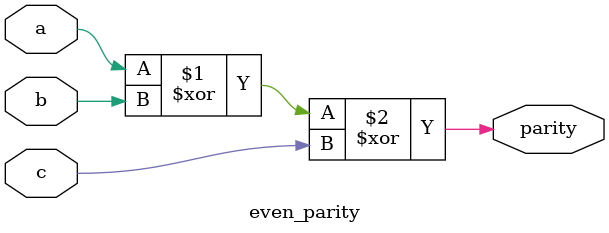
<source format=v>
module even_parity(parity, a, b, c);

output parity;
input a, b, c;

assign parity = a^b^c;

endmodule
</source>
